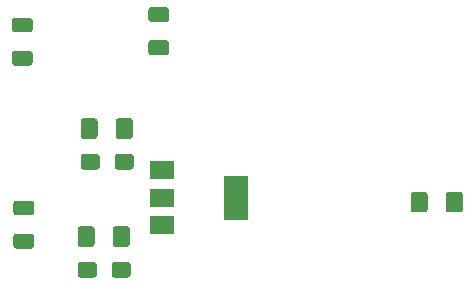
<source format=gbr>
G04 #@! TF.GenerationSoftware,KiCad,Pcbnew,(5.1.2)-2*
G04 #@! TF.CreationDate,2020-09-07T14:07:52+02:00*
G04 #@! TF.ProjectId,KernadouDomoRelay,4b65726e-6164-46f7-9544-6f6d6f52656c,0.1*
G04 #@! TF.SameCoordinates,Original*
G04 #@! TF.FileFunction,Paste,Bot*
G04 #@! TF.FilePolarity,Positive*
%FSLAX46Y46*%
G04 Gerber Fmt 4.6, Leading zero omitted, Abs format (unit mm)*
G04 Created by KiCad (PCBNEW (5.1.2)-2) date 2020-09-07 14:07:52*
%MOMM*%
%LPD*%
G04 APERTURE LIST*
%ADD10C,0.100000*%
%ADD11C,1.350000*%
%ADD12C,1.250000*%
%ADD13C,1.425000*%
%ADD14R,2.000000X1.500000*%
%ADD15R,2.000000X3.800000*%
G04 APERTURE END LIST*
D10*
G36*
X69777005Y-54952204D02*
G01*
X69801273Y-54955804D01*
X69825072Y-54961765D01*
X69848171Y-54970030D01*
X69870350Y-54980520D01*
X69891393Y-54993132D01*
X69911099Y-55007747D01*
X69929277Y-55024223D01*
X69945753Y-55042401D01*
X69960368Y-55062107D01*
X69972980Y-55083150D01*
X69983470Y-55105329D01*
X69991735Y-55128428D01*
X69997696Y-55152227D01*
X70001296Y-55176495D01*
X70002500Y-55200999D01*
X70002500Y-56051001D01*
X70001296Y-56075505D01*
X69997696Y-56099773D01*
X69991735Y-56123572D01*
X69983470Y-56146671D01*
X69972980Y-56168850D01*
X69960368Y-56189893D01*
X69945753Y-56209599D01*
X69929277Y-56227777D01*
X69911099Y-56244253D01*
X69891393Y-56258868D01*
X69870350Y-56271480D01*
X69848171Y-56281970D01*
X69825072Y-56290235D01*
X69801273Y-56296196D01*
X69777005Y-56299796D01*
X69752501Y-56301000D01*
X68677499Y-56301000D01*
X68652995Y-56299796D01*
X68628727Y-56296196D01*
X68604928Y-56290235D01*
X68581829Y-56281970D01*
X68559650Y-56271480D01*
X68538607Y-56258868D01*
X68518901Y-56244253D01*
X68500723Y-56227777D01*
X68484247Y-56209599D01*
X68469632Y-56189893D01*
X68457020Y-56168850D01*
X68446530Y-56146671D01*
X68438265Y-56123572D01*
X68432304Y-56099773D01*
X68428704Y-56075505D01*
X68427500Y-56051001D01*
X68427500Y-55200999D01*
X68428704Y-55176495D01*
X68432304Y-55152227D01*
X68438265Y-55128428D01*
X68446530Y-55105329D01*
X68457020Y-55083150D01*
X68469632Y-55062107D01*
X68484247Y-55042401D01*
X68500723Y-55024223D01*
X68518901Y-55007747D01*
X68538607Y-54993132D01*
X68559650Y-54980520D01*
X68581829Y-54970030D01*
X68604928Y-54961765D01*
X68628727Y-54955804D01*
X68652995Y-54952204D01*
X68677499Y-54951000D01*
X69752501Y-54951000D01*
X69777005Y-54952204D01*
X69777005Y-54952204D01*
G37*
D11*
X69215000Y-55626000D03*
D10*
G36*
X66902005Y-54952204D02*
G01*
X66926273Y-54955804D01*
X66950072Y-54961765D01*
X66973171Y-54970030D01*
X66995350Y-54980520D01*
X67016393Y-54993132D01*
X67036099Y-55007747D01*
X67054277Y-55024223D01*
X67070753Y-55042401D01*
X67085368Y-55062107D01*
X67097980Y-55083150D01*
X67108470Y-55105329D01*
X67116735Y-55128428D01*
X67122696Y-55152227D01*
X67126296Y-55176495D01*
X67127500Y-55200999D01*
X67127500Y-56051001D01*
X67126296Y-56075505D01*
X67122696Y-56099773D01*
X67116735Y-56123572D01*
X67108470Y-56146671D01*
X67097980Y-56168850D01*
X67085368Y-56189893D01*
X67070753Y-56209599D01*
X67054277Y-56227777D01*
X67036099Y-56244253D01*
X67016393Y-56258868D01*
X66995350Y-56271480D01*
X66973171Y-56281970D01*
X66950072Y-56290235D01*
X66926273Y-56296196D01*
X66902005Y-56299796D01*
X66877501Y-56301000D01*
X65802499Y-56301000D01*
X65777995Y-56299796D01*
X65753727Y-56296196D01*
X65729928Y-56290235D01*
X65706829Y-56281970D01*
X65684650Y-56271480D01*
X65663607Y-56258868D01*
X65643901Y-56244253D01*
X65625723Y-56227777D01*
X65609247Y-56209599D01*
X65594632Y-56189893D01*
X65582020Y-56168850D01*
X65571530Y-56146671D01*
X65563265Y-56123572D01*
X65557304Y-56099773D01*
X65553704Y-56075505D01*
X65552500Y-56051001D01*
X65552500Y-55200999D01*
X65553704Y-55176495D01*
X65557304Y-55152227D01*
X65563265Y-55128428D01*
X65571530Y-55105329D01*
X65582020Y-55083150D01*
X65594632Y-55062107D01*
X65609247Y-55042401D01*
X65625723Y-55024223D01*
X65643901Y-55007747D01*
X65663607Y-54993132D01*
X65684650Y-54980520D01*
X65706829Y-54970030D01*
X65729928Y-54961765D01*
X65753727Y-54955804D01*
X65777995Y-54952204D01*
X65802499Y-54951000D01*
X66877501Y-54951000D01*
X66902005Y-54952204D01*
X66902005Y-54952204D01*
G37*
D11*
X66340000Y-55626000D03*
D10*
G36*
X69523005Y-64096204D02*
G01*
X69547273Y-64099804D01*
X69571072Y-64105765D01*
X69594171Y-64114030D01*
X69616350Y-64124520D01*
X69637393Y-64137132D01*
X69657099Y-64151747D01*
X69675277Y-64168223D01*
X69691753Y-64186401D01*
X69706368Y-64206107D01*
X69718980Y-64227150D01*
X69729470Y-64249329D01*
X69737735Y-64272428D01*
X69743696Y-64296227D01*
X69747296Y-64320495D01*
X69748500Y-64344999D01*
X69748500Y-65195001D01*
X69747296Y-65219505D01*
X69743696Y-65243773D01*
X69737735Y-65267572D01*
X69729470Y-65290671D01*
X69718980Y-65312850D01*
X69706368Y-65333893D01*
X69691753Y-65353599D01*
X69675277Y-65371777D01*
X69657099Y-65388253D01*
X69637393Y-65402868D01*
X69616350Y-65415480D01*
X69594171Y-65425970D01*
X69571072Y-65434235D01*
X69547273Y-65440196D01*
X69523005Y-65443796D01*
X69498501Y-65445000D01*
X68423499Y-65445000D01*
X68398995Y-65443796D01*
X68374727Y-65440196D01*
X68350928Y-65434235D01*
X68327829Y-65425970D01*
X68305650Y-65415480D01*
X68284607Y-65402868D01*
X68264901Y-65388253D01*
X68246723Y-65371777D01*
X68230247Y-65353599D01*
X68215632Y-65333893D01*
X68203020Y-65312850D01*
X68192530Y-65290671D01*
X68184265Y-65267572D01*
X68178304Y-65243773D01*
X68174704Y-65219505D01*
X68173500Y-65195001D01*
X68173500Y-64344999D01*
X68174704Y-64320495D01*
X68178304Y-64296227D01*
X68184265Y-64272428D01*
X68192530Y-64249329D01*
X68203020Y-64227150D01*
X68215632Y-64206107D01*
X68230247Y-64186401D01*
X68246723Y-64168223D01*
X68264901Y-64151747D01*
X68284607Y-64137132D01*
X68305650Y-64124520D01*
X68327829Y-64114030D01*
X68350928Y-64105765D01*
X68374727Y-64099804D01*
X68398995Y-64096204D01*
X68423499Y-64095000D01*
X69498501Y-64095000D01*
X69523005Y-64096204D01*
X69523005Y-64096204D01*
G37*
D11*
X68961000Y-64770000D03*
D10*
G36*
X66648005Y-64096204D02*
G01*
X66672273Y-64099804D01*
X66696072Y-64105765D01*
X66719171Y-64114030D01*
X66741350Y-64124520D01*
X66762393Y-64137132D01*
X66782099Y-64151747D01*
X66800277Y-64168223D01*
X66816753Y-64186401D01*
X66831368Y-64206107D01*
X66843980Y-64227150D01*
X66854470Y-64249329D01*
X66862735Y-64272428D01*
X66868696Y-64296227D01*
X66872296Y-64320495D01*
X66873500Y-64344999D01*
X66873500Y-65195001D01*
X66872296Y-65219505D01*
X66868696Y-65243773D01*
X66862735Y-65267572D01*
X66854470Y-65290671D01*
X66843980Y-65312850D01*
X66831368Y-65333893D01*
X66816753Y-65353599D01*
X66800277Y-65371777D01*
X66782099Y-65388253D01*
X66762393Y-65402868D01*
X66741350Y-65415480D01*
X66719171Y-65425970D01*
X66696072Y-65434235D01*
X66672273Y-65440196D01*
X66648005Y-65443796D01*
X66623501Y-65445000D01*
X65548499Y-65445000D01*
X65523995Y-65443796D01*
X65499727Y-65440196D01*
X65475928Y-65434235D01*
X65452829Y-65425970D01*
X65430650Y-65415480D01*
X65409607Y-65402868D01*
X65389901Y-65388253D01*
X65371723Y-65371777D01*
X65355247Y-65353599D01*
X65340632Y-65333893D01*
X65328020Y-65312850D01*
X65317530Y-65290671D01*
X65309265Y-65267572D01*
X65303304Y-65243773D01*
X65299704Y-65219505D01*
X65298500Y-65195001D01*
X65298500Y-64344999D01*
X65299704Y-64320495D01*
X65303304Y-64296227D01*
X65309265Y-64272428D01*
X65317530Y-64249329D01*
X65328020Y-64227150D01*
X65340632Y-64206107D01*
X65355247Y-64186401D01*
X65371723Y-64168223D01*
X65389901Y-64151747D01*
X65409607Y-64137132D01*
X65430650Y-64124520D01*
X65452829Y-64114030D01*
X65475928Y-64105765D01*
X65499727Y-64099804D01*
X65523995Y-64096204D01*
X65548499Y-64095000D01*
X66623501Y-64095000D01*
X66648005Y-64096204D01*
X66648005Y-64096204D01*
G37*
D11*
X66086000Y-64770000D03*
D10*
G36*
X72785504Y-42553204D02*
G01*
X72809773Y-42556804D01*
X72833571Y-42562765D01*
X72856671Y-42571030D01*
X72878849Y-42581520D01*
X72899893Y-42594133D01*
X72919598Y-42608747D01*
X72937777Y-42625223D01*
X72954253Y-42643402D01*
X72968867Y-42663107D01*
X72981480Y-42684151D01*
X72991970Y-42706329D01*
X73000235Y-42729429D01*
X73006196Y-42753227D01*
X73009796Y-42777496D01*
X73011000Y-42802000D01*
X73011000Y-43552000D01*
X73009796Y-43576504D01*
X73006196Y-43600773D01*
X73000235Y-43624571D01*
X72991970Y-43647671D01*
X72981480Y-43669849D01*
X72968867Y-43690893D01*
X72954253Y-43710598D01*
X72937777Y-43728777D01*
X72919598Y-43745253D01*
X72899893Y-43759867D01*
X72878849Y-43772480D01*
X72856671Y-43782970D01*
X72833571Y-43791235D01*
X72809773Y-43797196D01*
X72785504Y-43800796D01*
X72761000Y-43802000D01*
X71511000Y-43802000D01*
X71486496Y-43800796D01*
X71462227Y-43797196D01*
X71438429Y-43791235D01*
X71415329Y-43782970D01*
X71393151Y-43772480D01*
X71372107Y-43759867D01*
X71352402Y-43745253D01*
X71334223Y-43728777D01*
X71317747Y-43710598D01*
X71303133Y-43690893D01*
X71290520Y-43669849D01*
X71280030Y-43647671D01*
X71271765Y-43624571D01*
X71265804Y-43600773D01*
X71262204Y-43576504D01*
X71261000Y-43552000D01*
X71261000Y-42802000D01*
X71262204Y-42777496D01*
X71265804Y-42753227D01*
X71271765Y-42729429D01*
X71280030Y-42706329D01*
X71290520Y-42684151D01*
X71303133Y-42663107D01*
X71317747Y-42643402D01*
X71334223Y-42625223D01*
X71352402Y-42608747D01*
X71372107Y-42594133D01*
X71393151Y-42581520D01*
X71415329Y-42571030D01*
X71438429Y-42562765D01*
X71462227Y-42556804D01*
X71486496Y-42553204D01*
X71511000Y-42552000D01*
X72761000Y-42552000D01*
X72785504Y-42553204D01*
X72785504Y-42553204D01*
G37*
D12*
X72136000Y-43177000D03*
D10*
G36*
X72785504Y-45353204D02*
G01*
X72809773Y-45356804D01*
X72833571Y-45362765D01*
X72856671Y-45371030D01*
X72878849Y-45381520D01*
X72899893Y-45394133D01*
X72919598Y-45408747D01*
X72937777Y-45425223D01*
X72954253Y-45443402D01*
X72968867Y-45463107D01*
X72981480Y-45484151D01*
X72991970Y-45506329D01*
X73000235Y-45529429D01*
X73006196Y-45553227D01*
X73009796Y-45577496D01*
X73011000Y-45602000D01*
X73011000Y-46352000D01*
X73009796Y-46376504D01*
X73006196Y-46400773D01*
X73000235Y-46424571D01*
X72991970Y-46447671D01*
X72981480Y-46469849D01*
X72968867Y-46490893D01*
X72954253Y-46510598D01*
X72937777Y-46528777D01*
X72919598Y-46545253D01*
X72899893Y-46559867D01*
X72878849Y-46572480D01*
X72856671Y-46582970D01*
X72833571Y-46591235D01*
X72809773Y-46597196D01*
X72785504Y-46600796D01*
X72761000Y-46602000D01*
X71511000Y-46602000D01*
X71486496Y-46600796D01*
X71462227Y-46597196D01*
X71438429Y-46591235D01*
X71415329Y-46582970D01*
X71393151Y-46572480D01*
X71372107Y-46559867D01*
X71352402Y-46545253D01*
X71334223Y-46528777D01*
X71317747Y-46510598D01*
X71303133Y-46490893D01*
X71290520Y-46469849D01*
X71280030Y-46447671D01*
X71271765Y-46424571D01*
X71265804Y-46400773D01*
X71262204Y-46376504D01*
X71261000Y-46352000D01*
X71261000Y-45602000D01*
X71262204Y-45577496D01*
X71265804Y-45553227D01*
X71271765Y-45529429D01*
X71280030Y-45506329D01*
X71290520Y-45484151D01*
X71303133Y-45463107D01*
X71317747Y-45443402D01*
X71334223Y-45425223D01*
X71352402Y-45408747D01*
X71372107Y-45394133D01*
X71393151Y-45381520D01*
X71415329Y-45371030D01*
X71438429Y-45362765D01*
X71462227Y-45356804D01*
X71486496Y-45353204D01*
X71511000Y-45352000D01*
X72761000Y-45352000D01*
X72785504Y-45353204D01*
X72785504Y-45353204D01*
G37*
D12*
X72136000Y-45977000D03*
D10*
G36*
X61355504Y-58933204D02*
G01*
X61379773Y-58936804D01*
X61403571Y-58942765D01*
X61426671Y-58951030D01*
X61448849Y-58961520D01*
X61469893Y-58974133D01*
X61489598Y-58988747D01*
X61507777Y-59005223D01*
X61524253Y-59023402D01*
X61538867Y-59043107D01*
X61551480Y-59064151D01*
X61561970Y-59086329D01*
X61570235Y-59109429D01*
X61576196Y-59133227D01*
X61579796Y-59157496D01*
X61581000Y-59182000D01*
X61581000Y-59932000D01*
X61579796Y-59956504D01*
X61576196Y-59980773D01*
X61570235Y-60004571D01*
X61561970Y-60027671D01*
X61551480Y-60049849D01*
X61538867Y-60070893D01*
X61524253Y-60090598D01*
X61507777Y-60108777D01*
X61489598Y-60125253D01*
X61469893Y-60139867D01*
X61448849Y-60152480D01*
X61426671Y-60162970D01*
X61403571Y-60171235D01*
X61379773Y-60177196D01*
X61355504Y-60180796D01*
X61331000Y-60182000D01*
X60081000Y-60182000D01*
X60056496Y-60180796D01*
X60032227Y-60177196D01*
X60008429Y-60171235D01*
X59985329Y-60162970D01*
X59963151Y-60152480D01*
X59942107Y-60139867D01*
X59922402Y-60125253D01*
X59904223Y-60108777D01*
X59887747Y-60090598D01*
X59873133Y-60070893D01*
X59860520Y-60049849D01*
X59850030Y-60027671D01*
X59841765Y-60004571D01*
X59835804Y-59980773D01*
X59832204Y-59956504D01*
X59831000Y-59932000D01*
X59831000Y-59182000D01*
X59832204Y-59157496D01*
X59835804Y-59133227D01*
X59841765Y-59109429D01*
X59850030Y-59086329D01*
X59860520Y-59064151D01*
X59873133Y-59043107D01*
X59887747Y-59023402D01*
X59904223Y-59005223D01*
X59922402Y-58988747D01*
X59942107Y-58974133D01*
X59963151Y-58961520D01*
X59985329Y-58951030D01*
X60008429Y-58942765D01*
X60032227Y-58936804D01*
X60056496Y-58933204D01*
X60081000Y-58932000D01*
X61331000Y-58932000D01*
X61355504Y-58933204D01*
X61355504Y-58933204D01*
G37*
D12*
X60706000Y-59557000D03*
D10*
G36*
X61355504Y-61733204D02*
G01*
X61379773Y-61736804D01*
X61403571Y-61742765D01*
X61426671Y-61751030D01*
X61448849Y-61761520D01*
X61469893Y-61774133D01*
X61489598Y-61788747D01*
X61507777Y-61805223D01*
X61524253Y-61823402D01*
X61538867Y-61843107D01*
X61551480Y-61864151D01*
X61561970Y-61886329D01*
X61570235Y-61909429D01*
X61576196Y-61933227D01*
X61579796Y-61957496D01*
X61581000Y-61982000D01*
X61581000Y-62732000D01*
X61579796Y-62756504D01*
X61576196Y-62780773D01*
X61570235Y-62804571D01*
X61561970Y-62827671D01*
X61551480Y-62849849D01*
X61538867Y-62870893D01*
X61524253Y-62890598D01*
X61507777Y-62908777D01*
X61489598Y-62925253D01*
X61469893Y-62939867D01*
X61448849Y-62952480D01*
X61426671Y-62962970D01*
X61403571Y-62971235D01*
X61379773Y-62977196D01*
X61355504Y-62980796D01*
X61331000Y-62982000D01*
X60081000Y-62982000D01*
X60056496Y-62980796D01*
X60032227Y-62977196D01*
X60008429Y-62971235D01*
X59985329Y-62962970D01*
X59963151Y-62952480D01*
X59942107Y-62939867D01*
X59922402Y-62925253D01*
X59904223Y-62908777D01*
X59887747Y-62890598D01*
X59873133Y-62870893D01*
X59860520Y-62849849D01*
X59850030Y-62827671D01*
X59841765Y-62804571D01*
X59835804Y-62780773D01*
X59832204Y-62756504D01*
X59831000Y-62732000D01*
X59831000Y-61982000D01*
X59832204Y-61957496D01*
X59835804Y-61933227D01*
X59841765Y-61909429D01*
X59850030Y-61886329D01*
X59860520Y-61864151D01*
X59873133Y-61843107D01*
X59887747Y-61823402D01*
X59904223Y-61805223D01*
X59922402Y-61788747D01*
X59942107Y-61774133D01*
X59963151Y-61761520D01*
X59985329Y-61751030D01*
X60008429Y-61742765D01*
X60032227Y-61736804D01*
X60056496Y-61733204D01*
X60081000Y-61732000D01*
X61331000Y-61732000D01*
X61355504Y-61733204D01*
X61355504Y-61733204D01*
G37*
D12*
X60706000Y-62357000D03*
D10*
G36*
X94667004Y-58181204D02*
G01*
X94691273Y-58184804D01*
X94715071Y-58190765D01*
X94738171Y-58199030D01*
X94760349Y-58209520D01*
X94781393Y-58222133D01*
X94801098Y-58236747D01*
X94819277Y-58253223D01*
X94835753Y-58271402D01*
X94850367Y-58291107D01*
X94862980Y-58312151D01*
X94873470Y-58334329D01*
X94881735Y-58357429D01*
X94887696Y-58381227D01*
X94891296Y-58405496D01*
X94892500Y-58430000D01*
X94892500Y-59680000D01*
X94891296Y-59704504D01*
X94887696Y-59728773D01*
X94881735Y-59752571D01*
X94873470Y-59775671D01*
X94862980Y-59797849D01*
X94850367Y-59818893D01*
X94835753Y-59838598D01*
X94819277Y-59856777D01*
X94801098Y-59873253D01*
X94781393Y-59887867D01*
X94760349Y-59900480D01*
X94738171Y-59910970D01*
X94715071Y-59919235D01*
X94691273Y-59925196D01*
X94667004Y-59928796D01*
X94642500Y-59930000D01*
X93717500Y-59930000D01*
X93692996Y-59928796D01*
X93668727Y-59925196D01*
X93644929Y-59919235D01*
X93621829Y-59910970D01*
X93599651Y-59900480D01*
X93578607Y-59887867D01*
X93558902Y-59873253D01*
X93540723Y-59856777D01*
X93524247Y-59838598D01*
X93509633Y-59818893D01*
X93497020Y-59797849D01*
X93486530Y-59775671D01*
X93478265Y-59752571D01*
X93472304Y-59728773D01*
X93468704Y-59704504D01*
X93467500Y-59680000D01*
X93467500Y-58430000D01*
X93468704Y-58405496D01*
X93472304Y-58381227D01*
X93478265Y-58357429D01*
X93486530Y-58334329D01*
X93497020Y-58312151D01*
X93509633Y-58291107D01*
X93524247Y-58271402D01*
X93540723Y-58253223D01*
X93558902Y-58236747D01*
X93578607Y-58222133D01*
X93599651Y-58209520D01*
X93621829Y-58199030D01*
X93644929Y-58190765D01*
X93668727Y-58184804D01*
X93692996Y-58181204D01*
X93717500Y-58180000D01*
X94642500Y-58180000D01*
X94667004Y-58181204D01*
X94667004Y-58181204D01*
G37*
D13*
X94180000Y-59055000D03*
D10*
G36*
X97642004Y-58181204D02*
G01*
X97666273Y-58184804D01*
X97690071Y-58190765D01*
X97713171Y-58199030D01*
X97735349Y-58209520D01*
X97756393Y-58222133D01*
X97776098Y-58236747D01*
X97794277Y-58253223D01*
X97810753Y-58271402D01*
X97825367Y-58291107D01*
X97837980Y-58312151D01*
X97848470Y-58334329D01*
X97856735Y-58357429D01*
X97862696Y-58381227D01*
X97866296Y-58405496D01*
X97867500Y-58430000D01*
X97867500Y-59680000D01*
X97866296Y-59704504D01*
X97862696Y-59728773D01*
X97856735Y-59752571D01*
X97848470Y-59775671D01*
X97837980Y-59797849D01*
X97825367Y-59818893D01*
X97810753Y-59838598D01*
X97794277Y-59856777D01*
X97776098Y-59873253D01*
X97756393Y-59887867D01*
X97735349Y-59900480D01*
X97713171Y-59910970D01*
X97690071Y-59919235D01*
X97666273Y-59925196D01*
X97642004Y-59928796D01*
X97617500Y-59930000D01*
X96692500Y-59930000D01*
X96667996Y-59928796D01*
X96643727Y-59925196D01*
X96619929Y-59919235D01*
X96596829Y-59910970D01*
X96574651Y-59900480D01*
X96553607Y-59887867D01*
X96533902Y-59873253D01*
X96515723Y-59856777D01*
X96499247Y-59838598D01*
X96484633Y-59818893D01*
X96472020Y-59797849D01*
X96461530Y-59775671D01*
X96453265Y-59752571D01*
X96447304Y-59728773D01*
X96443704Y-59704504D01*
X96442500Y-59680000D01*
X96442500Y-58430000D01*
X96443704Y-58405496D01*
X96447304Y-58381227D01*
X96453265Y-58357429D01*
X96461530Y-58334329D01*
X96472020Y-58312151D01*
X96484633Y-58291107D01*
X96499247Y-58271402D01*
X96515723Y-58253223D01*
X96533902Y-58236747D01*
X96553607Y-58222133D01*
X96574651Y-58209520D01*
X96596829Y-58199030D01*
X96619929Y-58190765D01*
X96643727Y-58184804D01*
X96667996Y-58181204D01*
X96692500Y-58180000D01*
X97617500Y-58180000D01*
X97642004Y-58181204D01*
X97642004Y-58181204D01*
G37*
D13*
X97155000Y-59055000D03*
D10*
G36*
X69702004Y-51958204D02*
G01*
X69726273Y-51961804D01*
X69750071Y-51967765D01*
X69773171Y-51976030D01*
X69795349Y-51986520D01*
X69816393Y-51999133D01*
X69836098Y-52013747D01*
X69854277Y-52030223D01*
X69870753Y-52048402D01*
X69885367Y-52068107D01*
X69897980Y-52089151D01*
X69908470Y-52111329D01*
X69916735Y-52134429D01*
X69922696Y-52158227D01*
X69926296Y-52182496D01*
X69927500Y-52207000D01*
X69927500Y-53457000D01*
X69926296Y-53481504D01*
X69922696Y-53505773D01*
X69916735Y-53529571D01*
X69908470Y-53552671D01*
X69897980Y-53574849D01*
X69885367Y-53595893D01*
X69870753Y-53615598D01*
X69854277Y-53633777D01*
X69836098Y-53650253D01*
X69816393Y-53664867D01*
X69795349Y-53677480D01*
X69773171Y-53687970D01*
X69750071Y-53696235D01*
X69726273Y-53702196D01*
X69702004Y-53705796D01*
X69677500Y-53707000D01*
X68752500Y-53707000D01*
X68727996Y-53705796D01*
X68703727Y-53702196D01*
X68679929Y-53696235D01*
X68656829Y-53687970D01*
X68634651Y-53677480D01*
X68613607Y-53664867D01*
X68593902Y-53650253D01*
X68575723Y-53633777D01*
X68559247Y-53615598D01*
X68544633Y-53595893D01*
X68532020Y-53574849D01*
X68521530Y-53552671D01*
X68513265Y-53529571D01*
X68507304Y-53505773D01*
X68503704Y-53481504D01*
X68502500Y-53457000D01*
X68502500Y-52207000D01*
X68503704Y-52182496D01*
X68507304Y-52158227D01*
X68513265Y-52134429D01*
X68521530Y-52111329D01*
X68532020Y-52089151D01*
X68544633Y-52068107D01*
X68559247Y-52048402D01*
X68575723Y-52030223D01*
X68593902Y-52013747D01*
X68613607Y-51999133D01*
X68634651Y-51986520D01*
X68656829Y-51976030D01*
X68679929Y-51967765D01*
X68703727Y-51961804D01*
X68727996Y-51958204D01*
X68752500Y-51957000D01*
X69677500Y-51957000D01*
X69702004Y-51958204D01*
X69702004Y-51958204D01*
G37*
D13*
X69215000Y-52832000D03*
D10*
G36*
X66727004Y-51958204D02*
G01*
X66751273Y-51961804D01*
X66775071Y-51967765D01*
X66798171Y-51976030D01*
X66820349Y-51986520D01*
X66841393Y-51999133D01*
X66861098Y-52013747D01*
X66879277Y-52030223D01*
X66895753Y-52048402D01*
X66910367Y-52068107D01*
X66922980Y-52089151D01*
X66933470Y-52111329D01*
X66941735Y-52134429D01*
X66947696Y-52158227D01*
X66951296Y-52182496D01*
X66952500Y-52207000D01*
X66952500Y-53457000D01*
X66951296Y-53481504D01*
X66947696Y-53505773D01*
X66941735Y-53529571D01*
X66933470Y-53552671D01*
X66922980Y-53574849D01*
X66910367Y-53595893D01*
X66895753Y-53615598D01*
X66879277Y-53633777D01*
X66861098Y-53650253D01*
X66841393Y-53664867D01*
X66820349Y-53677480D01*
X66798171Y-53687970D01*
X66775071Y-53696235D01*
X66751273Y-53702196D01*
X66727004Y-53705796D01*
X66702500Y-53707000D01*
X65777500Y-53707000D01*
X65752996Y-53705796D01*
X65728727Y-53702196D01*
X65704929Y-53696235D01*
X65681829Y-53687970D01*
X65659651Y-53677480D01*
X65638607Y-53664867D01*
X65618902Y-53650253D01*
X65600723Y-53633777D01*
X65584247Y-53615598D01*
X65569633Y-53595893D01*
X65557020Y-53574849D01*
X65546530Y-53552671D01*
X65538265Y-53529571D01*
X65532304Y-53505773D01*
X65528704Y-53481504D01*
X65527500Y-53457000D01*
X65527500Y-52207000D01*
X65528704Y-52182496D01*
X65532304Y-52158227D01*
X65538265Y-52134429D01*
X65546530Y-52111329D01*
X65557020Y-52089151D01*
X65569633Y-52068107D01*
X65584247Y-52048402D01*
X65600723Y-52030223D01*
X65618902Y-52013747D01*
X65638607Y-51999133D01*
X65659651Y-51986520D01*
X65681829Y-51976030D01*
X65704929Y-51967765D01*
X65728727Y-51961804D01*
X65752996Y-51958204D01*
X65777500Y-51957000D01*
X66702500Y-51957000D01*
X66727004Y-51958204D01*
X66727004Y-51958204D01*
G37*
D13*
X66240000Y-52832000D03*
D10*
G36*
X69448004Y-61102204D02*
G01*
X69472273Y-61105804D01*
X69496071Y-61111765D01*
X69519171Y-61120030D01*
X69541349Y-61130520D01*
X69562393Y-61143133D01*
X69582098Y-61157747D01*
X69600277Y-61174223D01*
X69616753Y-61192402D01*
X69631367Y-61212107D01*
X69643980Y-61233151D01*
X69654470Y-61255329D01*
X69662735Y-61278429D01*
X69668696Y-61302227D01*
X69672296Y-61326496D01*
X69673500Y-61351000D01*
X69673500Y-62601000D01*
X69672296Y-62625504D01*
X69668696Y-62649773D01*
X69662735Y-62673571D01*
X69654470Y-62696671D01*
X69643980Y-62718849D01*
X69631367Y-62739893D01*
X69616753Y-62759598D01*
X69600277Y-62777777D01*
X69582098Y-62794253D01*
X69562393Y-62808867D01*
X69541349Y-62821480D01*
X69519171Y-62831970D01*
X69496071Y-62840235D01*
X69472273Y-62846196D01*
X69448004Y-62849796D01*
X69423500Y-62851000D01*
X68498500Y-62851000D01*
X68473996Y-62849796D01*
X68449727Y-62846196D01*
X68425929Y-62840235D01*
X68402829Y-62831970D01*
X68380651Y-62821480D01*
X68359607Y-62808867D01*
X68339902Y-62794253D01*
X68321723Y-62777777D01*
X68305247Y-62759598D01*
X68290633Y-62739893D01*
X68278020Y-62718849D01*
X68267530Y-62696671D01*
X68259265Y-62673571D01*
X68253304Y-62649773D01*
X68249704Y-62625504D01*
X68248500Y-62601000D01*
X68248500Y-61351000D01*
X68249704Y-61326496D01*
X68253304Y-61302227D01*
X68259265Y-61278429D01*
X68267530Y-61255329D01*
X68278020Y-61233151D01*
X68290633Y-61212107D01*
X68305247Y-61192402D01*
X68321723Y-61174223D01*
X68339902Y-61157747D01*
X68359607Y-61143133D01*
X68380651Y-61130520D01*
X68402829Y-61120030D01*
X68425929Y-61111765D01*
X68449727Y-61105804D01*
X68473996Y-61102204D01*
X68498500Y-61101000D01*
X69423500Y-61101000D01*
X69448004Y-61102204D01*
X69448004Y-61102204D01*
G37*
D13*
X68961000Y-61976000D03*
D10*
G36*
X66473004Y-61102204D02*
G01*
X66497273Y-61105804D01*
X66521071Y-61111765D01*
X66544171Y-61120030D01*
X66566349Y-61130520D01*
X66587393Y-61143133D01*
X66607098Y-61157747D01*
X66625277Y-61174223D01*
X66641753Y-61192402D01*
X66656367Y-61212107D01*
X66668980Y-61233151D01*
X66679470Y-61255329D01*
X66687735Y-61278429D01*
X66693696Y-61302227D01*
X66697296Y-61326496D01*
X66698500Y-61351000D01*
X66698500Y-62601000D01*
X66697296Y-62625504D01*
X66693696Y-62649773D01*
X66687735Y-62673571D01*
X66679470Y-62696671D01*
X66668980Y-62718849D01*
X66656367Y-62739893D01*
X66641753Y-62759598D01*
X66625277Y-62777777D01*
X66607098Y-62794253D01*
X66587393Y-62808867D01*
X66566349Y-62821480D01*
X66544171Y-62831970D01*
X66521071Y-62840235D01*
X66497273Y-62846196D01*
X66473004Y-62849796D01*
X66448500Y-62851000D01*
X65523500Y-62851000D01*
X65498996Y-62849796D01*
X65474727Y-62846196D01*
X65450929Y-62840235D01*
X65427829Y-62831970D01*
X65405651Y-62821480D01*
X65384607Y-62808867D01*
X65364902Y-62794253D01*
X65346723Y-62777777D01*
X65330247Y-62759598D01*
X65315633Y-62739893D01*
X65303020Y-62718849D01*
X65292530Y-62696671D01*
X65284265Y-62673571D01*
X65278304Y-62649773D01*
X65274704Y-62625504D01*
X65273500Y-62601000D01*
X65273500Y-61351000D01*
X65274704Y-61326496D01*
X65278304Y-61302227D01*
X65284265Y-61278429D01*
X65292530Y-61255329D01*
X65303020Y-61233151D01*
X65315633Y-61212107D01*
X65330247Y-61192402D01*
X65346723Y-61174223D01*
X65364902Y-61157747D01*
X65384607Y-61143133D01*
X65405651Y-61130520D01*
X65427829Y-61120030D01*
X65450929Y-61111765D01*
X65474727Y-61105804D01*
X65498996Y-61102204D01*
X65523500Y-61101000D01*
X66448500Y-61101000D01*
X66473004Y-61102204D01*
X66473004Y-61102204D01*
G37*
D13*
X65986000Y-61976000D03*
D14*
X72415000Y-60974000D03*
X72415000Y-56374000D03*
X72415000Y-58674000D03*
D15*
X78715000Y-58674000D03*
D10*
G36*
X61228504Y-43442204D02*
G01*
X61252773Y-43445804D01*
X61276571Y-43451765D01*
X61299671Y-43460030D01*
X61321849Y-43470520D01*
X61342893Y-43483133D01*
X61362598Y-43497747D01*
X61380777Y-43514223D01*
X61397253Y-43532402D01*
X61411867Y-43552107D01*
X61424480Y-43573151D01*
X61434970Y-43595329D01*
X61443235Y-43618429D01*
X61449196Y-43642227D01*
X61452796Y-43666496D01*
X61454000Y-43691000D01*
X61454000Y-44441000D01*
X61452796Y-44465504D01*
X61449196Y-44489773D01*
X61443235Y-44513571D01*
X61434970Y-44536671D01*
X61424480Y-44558849D01*
X61411867Y-44579893D01*
X61397253Y-44599598D01*
X61380777Y-44617777D01*
X61362598Y-44634253D01*
X61342893Y-44648867D01*
X61321849Y-44661480D01*
X61299671Y-44671970D01*
X61276571Y-44680235D01*
X61252773Y-44686196D01*
X61228504Y-44689796D01*
X61204000Y-44691000D01*
X59954000Y-44691000D01*
X59929496Y-44689796D01*
X59905227Y-44686196D01*
X59881429Y-44680235D01*
X59858329Y-44671970D01*
X59836151Y-44661480D01*
X59815107Y-44648867D01*
X59795402Y-44634253D01*
X59777223Y-44617777D01*
X59760747Y-44599598D01*
X59746133Y-44579893D01*
X59733520Y-44558849D01*
X59723030Y-44536671D01*
X59714765Y-44513571D01*
X59708804Y-44489773D01*
X59705204Y-44465504D01*
X59704000Y-44441000D01*
X59704000Y-43691000D01*
X59705204Y-43666496D01*
X59708804Y-43642227D01*
X59714765Y-43618429D01*
X59723030Y-43595329D01*
X59733520Y-43573151D01*
X59746133Y-43552107D01*
X59760747Y-43532402D01*
X59777223Y-43514223D01*
X59795402Y-43497747D01*
X59815107Y-43483133D01*
X59836151Y-43470520D01*
X59858329Y-43460030D01*
X59881429Y-43451765D01*
X59905227Y-43445804D01*
X59929496Y-43442204D01*
X59954000Y-43441000D01*
X61204000Y-43441000D01*
X61228504Y-43442204D01*
X61228504Y-43442204D01*
G37*
D12*
X60579000Y-44066000D03*
D10*
G36*
X61228504Y-46242204D02*
G01*
X61252773Y-46245804D01*
X61276571Y-46251765D01*
X61299671Y-46260030D01*
X61321849Y-46270520D01*
X61342893Y-46283133D01*
X61362598Y-46297747D01*
X61380777Y-46314223D01*
X61397253Y-46332402D01*
X61411867Y-46352107D01*
X61424480Y-46373151D01*
X61434970Y-46395329D01*
X61443235Y-46418429D01*
X61449196Y-46442227D01*
X61452796Y-46466496D01*
X61454000Y-46491000D01*
X61454000Y-47241000D01*
X61452796Y-47265504D01*
X61449196Y-47289773D01*
X61443235Y-47313571D01*
X61434970Y-47336671D01*
X61424480Y-47358849D01*
X61411867Y-47379893D01*
X61397253Y-47399598D01*
X61380777Y-47417777D01*
X61362598Y-47434253D01*
X61342893Y-47448867D01*
X61321849Y-47461480D01*
X61299671Y-47471970D01*
X61276571Y-47480235D01*
X61252773Y-47486196D01*
X61228504Y-47489796D01*
X61204000Y-47491000D01*
X59954000Y-47491000D01*
X59929496Y-47489796D01*
X59905227Y-47486196D01*
X59881429Y-47480235D01*
X59858329Y-47471970D01*
X59836151Y-47461480D01*
X59815107Y-47448867D01*
X59795402Y-47434253D01*
X59777223Y-47417777D01*
X59760747Y-47399598D01*
X59746133Y-47379893D01*
X59733520Y-47358849D01*
X59723030Y-47336671D01*
X59714765Y-47313571D01*
X59708804Y-47289773D01*
X59705204Y-47265504D01*
X59704000Y-47241000D01*
X59704000Y-46491000D01*
X59705204Y-46466496D01*
X59708804Y-46442227D01*
X59714765Y-46418429D01*
X59723030Y-46395329D01*
X59733520Y-46373151D01*
X59746133Y-46352107D01*
X59760747Y-46332402D01*
X59777223Y-46314223D01*
X59795402Y-46297747D01*
X59815107Y-46283133D01*
X59836151Y-46270520D01*
X59858329Y-46260030D01*
X59881429Y-46251765D01*
X59905227Y-46245804D01*
X59929496Y-46242204D01*
X59954000Y-46241000D01*
X61204000Y-46241000D01*
X61228504Y-46242204D01*
X61228504Y-46242204D01*
G37*
D12*
X60579000Y-46866000D03*
M02*

</source>
